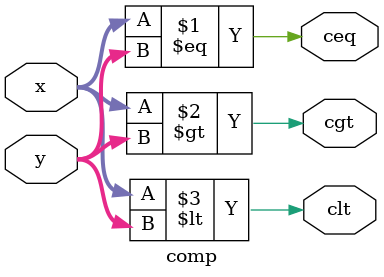
<source format=v>
module comp(x,y,ceq,cgt,clt);
input [3:0]x,y;
output ceq,cgt,clt;
assign ceq=(x==y);
assign cgt=(x>y);
assign clt=(x<y);
endmodule

</source>
